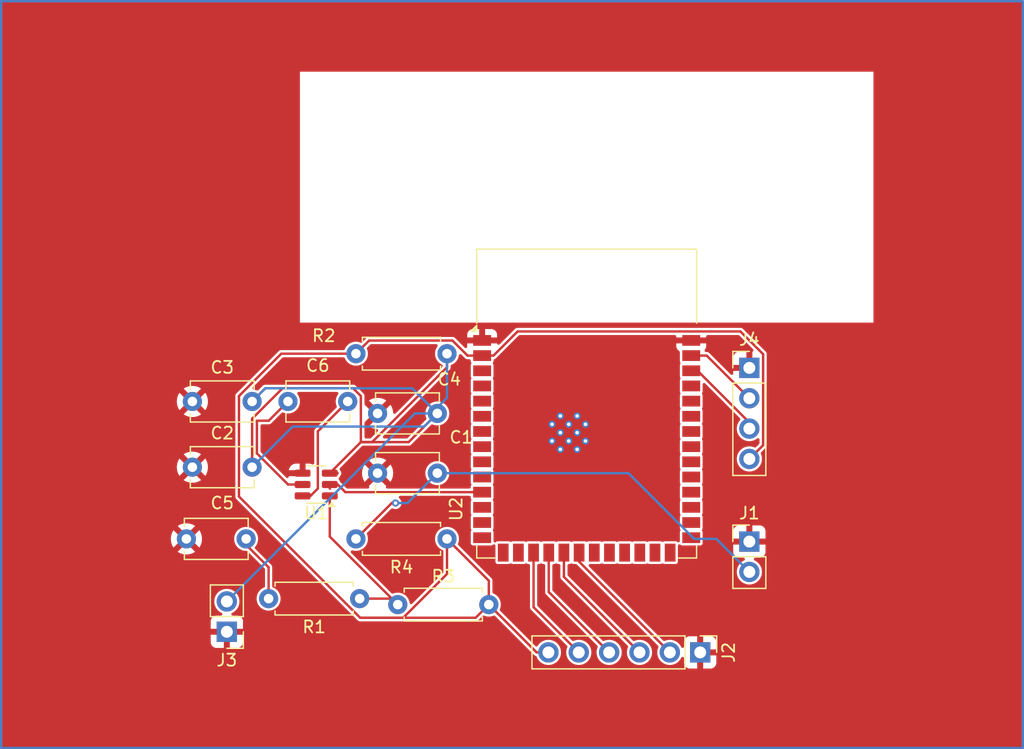
<source format=kicad_pcb>
(kicad_pcb (version 20241229) (generator "pcbnew") (generator_version "9.0")
  (layers (0 "F.Cu" signal) (2 "B.Cu" signal) (13 "F.Paste" user) (15 "B.Paste" user) (5 "F.SilkS" user "F.Silkscreen") (7 "B.SilkS" user "B.Silkscreen") (1 "F.Mask" user) (3 "B.Mask" user) (25 "Edge.Cuts" user))
  (net 0 "")
  (net 1 "/Butin")
  (net 2 "GND")
  (net 3 "/Bin")
  (net 4 "Net-(C5-Pad1)")
  (net 5 "Net-(U1-BST)")
  (net 6 "Net-(U1-SW)")
  (net 7 "/3v3+")
  (net 8 "/sckf")
  (net 9 "/Outf")
  (net 10 "Net-(U1-FB)")
  (net 11 "/Enab")
  (net 40 "unconnected-(U2-IO21-Pad23)")
  (net 41 "/MOSID")
  (net 42 "/CSD")
  (net 43 "/DSD")
  (net 44 "/SCKD")
  (footprint "Connector_PinHeader_2.54mm:PinHeader_1x02_P2.54mm_Vertical" (layer "F.Cu") (at 112.615 95.225)
    (property "Reference" "J1" (at 0 -2.38 0) (layer "F.SilkS"))
    (property "Value" "Conn_01x02_Pin")
    (fp_line (start -1.38 -1.38) (end 0 -1.38) (stroke (width 0.12)) (layer "F.SilkS"))
    (fp_line (start -1.38 0) (end -1.38 -1.38) (stroke (width 0.12)) (layer "F.SilkS"))
    (fp_line (start -1.38 1.27) (end -1.38 3.92) (stroke (width 0.12)) (layer "F.SilkS"))
    (fp_line (start -1.38 1.27) (end 1.38 1.27) (stroke (width 0.12)) (layer "F.SilkS"))
    (fp_line (start -1.38 3.92) (end 1.38 3.92) (stroke (width 0.12)) (layer "F.SilkS"))
    (fp_line (start 1.38 1.27) (end 1.38 3.92) (stroke (width 0.12)) (layer "F.SilkS"))
    (pad "1" thru_hole rect (at 0 0) (size 1.7 1.7) (drill 1) (layers "*.Cu" "*.Mask") (net 2 "GND"))
    (pad "2" thru_hole circle (at 0 2.54) (size 1.7 1.7) (drill 1) (layers "*.Cu" "*.Mask") (net 1 "/Butin"))
  )
  (footprint "Connector_PinHeader_2.54mm:PinHeader_1x06_P2.54mm_Vertical" (layer "F.Cu") (at 108.5 104.5 -90)
    (property "Reference" "J2" (at 0 -2.38 90) (layer "F.SilkS"))
    (property "Value" "Conn_01x06_Pin")
    (fp_line (start -1.38 14.08) (end 1.38 14.08) (stroke (width 0.12)) (layer "F.SilkS"))
    (fp_line (start -1.38 1.27) (end -1.38 14.08) (stroke (width 0.12)) (layer "F.SilkS"))
    (fp_line (start -1.38 1.27) (end 1.38 1.27) (stroke (width 0.12)) (layer "F.SilkS"))
    (fp_line (start 1.38 1.27) (end 1.38 14.08) (stroke (width 0.12)) (layer "F.SilkS"))
    (fp_line (start -1.38 0) (end -1.38 -1.38) (stroke (width 0.12)) (layer "F.SilkS"))
    (fp_line (start -1.38 -1.38) (end 0 -1.38) (stroke (width 0.12)) (layer "F.SilkS"))
    (pad "1" thru_hole rect (at 0 0 270) (size 1.7 1.7) (drill 1) (layers "*.Cu" "*.Mask") (net 2 "GND"))
    (pad "2" thru_hole circle (at 0 2.54 270) (size 1.7 1.7) (drill 1) (layers "*.Cu" "*.Mask") (net 41 "/MOSID"))
    (pad "3" thru_hole circle (at 0 5.08 270) (size 1.7 1.7) (drill 1) (layers "*.Cu" "*.Mask") (net 44 "/SCKD"))
    (pad "4" thru_hole circle (at 0 7.62 270) (size 1.7 1.7) (drill 1) (layers "*.Cu" "*.Mask") (net 43 "/DSD"))
    (pad "5" thru_hole circle (at 0 10.16 270) (size 1.7 1.7) (drill 1) (layers "*.Cu" "*.Mask") (net 42 "/CSD"))
    (pad "6" thru_hole circle (at 0 12.7 270) (size 1.7 1.7) (drill 1) (layers "*.Cu" "*.Mask") (net 7 "/3v3+"))
  )
  (footprint "Resistor_THT:R_Axial_DIN0207_L6.3mm_D2.5mm_P7.62mm_Horizontal" (layer "F.Cu") (at 83.19 100.5)
    (property "Reference" "R3" (at 3.81 -2.37 0) (layer "F.SilkS"))
    (property "Value" "312.5k")
    (fp_line (start 0.54 -1.37) (end 7.08 -1.37) (stroke (width 0.12)) (layer "F.SilkS"))
    (fp_line (start 0.54 -1.04) (end 0.54 -1.37) (stroke (width 0.12)) (layer "F.SilkS"))
    (fp_line (start 0.54 1.04) (end 0.54 1.37) (stroke (width 0.12)) (layer "F.SilkS"))
    (fp_line (start 0.54 1.37) (end 7.08 1.37) (stroke (width 0.12)) (layer "F.SilkS"))
    (fp_line (start 7.08 -1.37) (end 7.08 -1.04) (stroke (width 0.12)) (layer "F.SilkS"))
    (fp_line (start 7.08 1.37) (end 7.08 1.04) (stroke (width 0.12)) (layer "F.SilkS"))
    (pad "1" thru_hole circle (at 0 0) (size 1.6 1.6) (drill 0.8) (layers "*.Cu" "*.Mask") (net 10 "Net-(U1-FB)"))
    (pad "2" thru_hole circle (at 7.62 0) (size 1.6 1.6) (drill 0.8) (layers "*.Cu" "*.Mask") (net 7 "/3v3+"))
  )
  (footprint "Capacitor_THT:C_Disc_D5.1mm_W3.2mm_P5.00mm" (layer "F.Cu") (at 81.5 89.5)
    (property "Reference" "C1" (at 7 -3 0) (layer "F.SilkS"))
    (property "Value" ".1u")
    (fp_line (start -0.17 -1.72) (end 5.17 -1.72) (stroke (width 0.12)) (layer "F.SilkS"))
    (fp_line (start -0.17 -1.026) (end -0.17 -1.72) (stroke (width 0.12)) (layer "F.SilkS"))
    (fp_line (start -0.17 1.72) (end -0.17 1.026) (stroke (width 0.12)) (layer "F.SilkS"))
    (fp_line (start 5.17 -1.72) (end 5.17 -1.026) (stroke (width 0.12)) (layer "F.SilkS"))
    (fp_line (start 5.17 1.026) (end 5.17 1.72) (stroke (width 0.12)) (layer "F.SilkS"))
    (fp_line (start 5.17 1.72) (end -0.17 1.72) (stroke (width 0.12)) (layer "F.SilkS"))
    (pad "1" thru_hole circle (at 0 0) (size 1.6 1.6) (drill 0.8) (layers "*.Cu" "*.Mask") (net 2 "GND"))
    (pad "2" thru_hole circle (at 5 0) (size 1.6 1.6) (drill 0.8) (layers "*.Cu" "*.Mask") (net 1 "/Butin"))
  )
  (footprint "Resistor_THT:R_Axial_DIN0207_L6.3mm_D2.5mm_P7.62mm_Horizontal" (layer "F.Cu") (at 87.31 95 180)
    (property "Reference" "R4" (at 3.81 -2.37 0) (layer "F.SilkS"))
    (property "Value" "300k")
    (fp_line (start 7.08 1.37) (end 7.08 1.04) (stroke (width 0.12)) (layer "F.SilkS"))
    (fp_line (start 7.08 -1.37) (end 7.08 -1.04) (stroke (width 0.12)) (layer "F.SilkS"))
    (fp_line (start 0.54 1.37) (end 7.08 1.37) (stroke (width 0.12)) (layer "F.SilkS"))
    (fp_line (start 0.54 1.04) (end 0.54 1.37) (stroke (width 0.12)) (layer "F.SilkS"))
    (fp_line (start 0.54 -1.04) (end 0.54 -1.37) (stroke (width 0.12)) (layer "F.SilkS"))
    (fp_line (start 0.54 -1.37) (end 7.08 -1.37) (stroke (width 0.12)) (layer "F.SilkS"))
    (pad "1" thru_hole circle (at 0 0 180) (size 1.6 1.6) (drill 0.8) (layers "*.Cu" "*.Mask") (net 7 "/3v3+"))
    (pad "2" thru_hole circle (at 7.62 0 180) (size 1.6 1.6) (drill 0.8) (layers "*.Cu" "*.Mask") (net 1 "/Butin"))
  )
  (footprint "Capacitor_THT:C_Disc_D5.1mm_W3.2mm_P5.00mm" (layer "F.Cu") (at 74 83.5)
    (property "Reference" "C6" (at 2.5 -3 0) (layer "F.SilkS"))
    (property "Value" ".1u")
    (fp_line (start -0.17 -1.72) (end 5.17 -1.72) (stroke (width 0.12)) (layer "F.SilkS"))
    (fp_line (start -0.17 -1.026) (end -0.17 -1.72) (stroke (width 0.12)) (layer "F.SilkS"))
    (fp_line (start -0.17 1.72) (end -0.17 1.026) (stroke (width 0.12)) (layer "F.SilkS"))
    (fp_line (start 5.17 -1.72) (end 5.17 -1.026) (stroke (width 0.12)) (layer "F.SilkS"))
    (fp_line (start 5.17 1.026) (end 5.17 1.72) (stroke (width 0.12)) (layer "F.SilkS"))
    (fp_line (start 5.17 1.72) (end -0.17 1.72) (stroke (width 0.12)) (layer "F.SilkS"))
    (pad "1" thru_hole circle (at 0 0) (size 1.6 1.6) (drill 0.8) (layers "*.Cu" "*.Mask") (net 6 "Net-(U1-SW)"))
    (pad "2" thru_hole circle (at 5 0) (size 1.6 1.6) (drill 0.8) (layers "*.Cu" "*.Mask") (net 5 "Net-(U1-BST)"))
  )
  (footprint "Resistor_THT:R_Axial_DIN0207_L6.3mm_D2.5mm_P7.62mm_Horizontal" (layer "F.Cu") (at 79.69 79.5)
    (property "Reference" "R2" (at -2.69 -1.5 0) (layer "F.SilkS"))
    (property "Value" "100k")
    (fp_line (start 0.54 -1.37) (end 7.08 -1.37) (stroke (width 0.12)) (layer "F.SilkS"))
    (fp_line (start 0.54 -1.04) (end 0.54 -1.37) (stroke (width 0.12)) (layer "F.SilkS"))
    (fp_line (start 0.54 1.04) (end 0.54 1.37) (stroke (width 0.12)) (layer "F.SilkS"))
    (fp_line (start 0.54 1.37) (end 7.08 1.37) (stroke (width 0.12)) (layer "F.SilkS"))
    (fp_line (start 7.08 -1.37) (end 7.08 -1.04) (stroke (width 0.12)) (layer "F.SilkS"))
    (fp_line (start 7.08 1.37) (end 7.08 1.04) (stroke (width 0.12)) (layer "F.SilkS"))
    (pad "1" thru_hole circle (at 0 0) (size 1.6 1.6) (drill 0.8) (layers "*.Cu" "*.Mask") (net 7 "/3v3+"))
    (pad "2" thru_hole circle (at 7.62 0) (size 1.6 1.6) (drill 0.8) (layers "*.Cu" "*.Mask") (net 3 "/Bin"))
  )
  (footprint "Connector_PinHeader_2.54mm:PinHeader_1x02_P2.54mm_Vertical" (layer "F.Cu") (at 68.885 102.775 180)
    (property "Reference" "J3" (at 0 -2.38 180) (layer "F.SilkS"))
    (property "Value" "Conn_01x02_Pin")
    (fp_line (start 1.38 1.27) (end 1.38 3.92) (stroke (width 0.12)) (layer "F.SilkS"))
    (fp_line (start -1.38 3.92) (end 1.38 3.92) (stroke (width 0.12)) (layer "F.SilkS"))
    (fp_line (start -1.38 1.27) (end 1.38 1.27) (stroke (width 0.12)) (layer "F.SilkS"))
    (fp_line (start -1.38 1.27) (end -1.38 3.92) (stroke (width 0.12)) (layer "F.SilkS"))
    (fp_line (start -1.38 0) (end -1.38 -1.38) (stroke (width 0.12)) (layer "F.SilkS"))
    (fp_line (start -1.38 -1.38) (end 0 -1.38) (stroke (width 0.12)) (layer "F.SilkS"))
    (pad "1" thru_hole rect (at 0 0 180) (size 1.7 1.7) (drill 1) (layers "*.Cu" "*.Mask") (net 2 "GND"))
    (pad "2" thru_hole circle (at 0 2.54 180) (size 1.7 1.7) (drill 1) (layers "*.Cu" "*.Mask") (net 3 "/Bin"))
  )
  (footprint "Package_TO_SOT_SMD:TSOT-23-6" (layer "F.Cu") (at 76.3625 90.45 180)
    (property "Reference" "U1" (at 0 -2.4 0) (layer "F.SilkS"))
    (property "Value" "AP63201WU")
    (fp_line (start 0 1.56) (end 0.8 1.56) (stroke (width 0.12)) (layer "F.SilkS"))
    (fp_line (start 0 1.56) (end -0.8 1.56) (stroke (width 0.12)) (layer "F.SilkS"))
    (fp_line (start 0 -1.56) (end 0.8 -1.56) (stroke (width 0.12)) (layer "F.SilkS"))
    (fp_line (start 0 -1.56) (end -0.8 -1.56) (stroke (width 0.12)) (layer "F.SilkS"))
    (fp_poly (pts (xy -1.3 -1.51) (xy -1.54 -1.84) (xy -1.06 -1.84)) (stroke (width 0.12)) (fill yes) (layer "F.SilkS"))
    (pad "1" smd roundrect (at -1.1375 -0.95 180) (size 1.325 0.6) (layers "F.Cu" "F.Mask" "F.Paste") (net 10 "Net-(U1-FB)"))
    (pad "2" smd roundrect (at -1.1375 0 180) (size 1.325 0.6) (layers "F.Cu" "F.Mask" "F.Paste") (net 11 "/Enab"))
    (pad "3" smd roundrect (at -1.1375 0.95 180) (size 1.325 0.6) (layers "F.Cu" "F.Mask" "F.Paste") (net 3 "/Bin"))
    (pad "4" smd roundrect (at 1.1375 0.95 180) (size 1.325 0.6) (layers "F.Cu" "F.Mask" "F.Paste") (net 2 "GND"))
    (pad "5" smd roundrect (at 1.1375 0 180) (size 1.325 0.6) (layers "F.Cu" "F.Mask" "F.Paste") (net 6 "Net-(U1-SW)"))
    (pad "6" smd roundrect (at 1.1375 -0.95 180) (size 1.325 0.6) (layers "F.Cu" "F.Mask" "F.Paste") (net 5 "Net-(U1-BST)"))
  )
  (footprint "Capacitor_THT:C_Disc_D5.1mm_W3.2mm_P5.00mm" (layer "F.Cu") (at 66 83.5)
    (property "Reference" "C3" (at 2.5 -2.85 0) (layer "F.SilkS"))
    (property "Value" ".1u")
    (fp_line (start -0.17 -1.72) (end 5.17 -1.72) (stroke (width 0.12)) (layer "F.SilkS"))
    (fp_line (start -0.17 -1.026) (end -0.17 -1.72) (stroke (width 0.12)) (layer "F.SilkS"))
    (fp_line (start -0.17 1.72) (end -0.17 1.026) (stroke (width 0.12)) (layer "F.SilkS"))
    (fp_line (start 5.17 -1.72) (end 5.17 -1.026) (stroke (width 0.12)) (layer "F.SilkS"))
    (fp_line (start 5.17 1.026) (end 5.17 1.72) (stroke (width 0.12)) (layer "F.SilkS"))
    (fp_line (start 5.17 1.72) (end -0.17 1.72) (stroke (width 0.12)) (layer "F.SilkS"))
    (pad "1" thru_hole circle (at 0 0) (size 1.6 1.6) (drill 0.8) (layers "*.Cu" "*.Mask") (net 2 "GND"))
    (pad "2" thru_hole circle (at 5 0) (size 1.6 1.6) (drill 0.8) (layers "*.Cu" "*.Mask") (net 3 "/Bin"))
  )
  (footprint "Capacitor_THT:C_Disc_D5.1mm_W3.2mm_P5.00mm" (layer "F.Cu") (at 81.5 84.5)
    (property "Reference" "C4" (at 6 -2.85 0) (layer "F.SilkS"))
    (property "Value" "1u")
    (fp_line (start -0.17 -1.72) (end 5.17 -1.72) (stroke (width 0.12)) (layer "F.SilkS"))
    (fp_line (start -0.17 -1.026) (end -0.17 -1.72) (stroke (width 0.12)) (layer "F.SilkS"))
    (fp_line (start -0.17 1.72) (end -0.17 1.026) (stroke (width 0.12)) (layer "F.SilkS"))
    (fp_line (start 5.17 -1.72) (end 5.17 -1.026) (stroke (width 0.12)) (layer "F.SilkS"))
    (fp_line (start 5.17 1.026) (end 5.17 1.72) (stroke (width 0.12)) (layer "F.SilkS"))
    (fp_line (start 5.17 1.72) (end -0.17 1.72) (stroke (width 0.12)) (layer "F.SilkS"))
    (pad "1" thru_hole circle (at 0 0) (size 1.6 1.6) (drill 0.8) (layers "*.Cu" "*.Mask") (net 2 "GND"))
    (pad "2" thru_hole circle (at 5 0) (size 1.6 1.6) (drill 0.8) (layers "*.Cu" "*.Mask") (net 3 "/Bin"))
  )
  (footprint "Connector_PinHeader_2.54mm:PinHeader_1x04_P2.54mm_Vertical" (layer "F.Cu") (at 112.615 80.69)
    (property "Reference" "J4" (at 0 -2.38 0) (layer "F.SilkS"))
    (property "Value" "Conn_01x04_Pin")
    (fp_line (start -1.38 -1.38) (end 0 -1.38) (stroke (width 0.12)) (layer "F.SilkS"))
    (fp_line (start -1.38 0) (end -1.38 -1.38) (stroke (width 0.12)) (layer "F.SilkS"))
    (fp_line (start -1.38 1.27) (end -1.38 9) (stroke (width 0.12)) (layer "F.SilkS"))
    (fp_line (start -1.38 1.27) (end 1.38 1.27) (stroke (width 0.12)) (layer "F.SilkS"))
    (fp_line (start -1.38 9) (end 1.38 9) (stroke (width 0.12)) (layer "F.SilkS"))
    (fp_line (start 1.38 1.27) (end 1.38 9) (stroke (width 0.12)) (layer "F.SilkS"))
    (pad "1" thru_hole rect (at 0 0) (size 1.7 1.7) (drill 1) (layers "*.Cu" "*.Mask") (net 2 "GND"))
    (pad "2" thru_hole circle (at 0 2.54) (size 1.7 1.7) (drill 1) (layers "*.Cu" "*.Mask") (net 9 "/Outf"))
    (pad "3" thru_hole circle (at 0 5.08) (size 1.7 1.7) (drill 1) (layers "*.Cu" "*.Mask") (net 8 "/sckf"))
    (pad "4" thru_hole circle (at 0 7.62) (size 1.7 1.7) (drill 1) (layers "*.Cu" "*.Mask") (net 7 "/3v3+"))
  )
  (footprint "Capacitor_THT:C_Disc_D5.1mm_W3.2mm_P5.00mm" (layer "F.Cu") (at 70.5 95 180)
    (property "Reference" "C5" (at 2 3 0) (layer "F.SilkS"))
    (property "Value" "50u")
    (fp_line (start 5.17 1.72) (end -0.17 1.72) (stroke (width 0.12)) (layer "F.SilkS"))
    (fp_line (start 5.17 1.026) (end 5.17 1.72) (stroke (width 0.12)) (layer "F.SilkS"))
    (fp_line (start 5.17 -1.72) (end 5.17 -1.026) (stroke (width 0.12)) (layer "F.SilkS"))
    (fp_line (start -0.17 1.72) (end -0.17 1.026) (stroke (width 0.12)) (layer "F.SilkS"))
    (fp_line (start -0.17 -1.026) (end -0.17 -1.72) (stroke (width 0.12)) (layer "F.SilkS"))
    (fp_line (start -0.17 -1.72) (end 5.17 -1.72) (stroke (width 0.12)) (layer "F.SilkS"))
    (pad "1" thru_hole circle (at 0 0 180) (size 1.6 1.6) (drill 0.8) (layers "*.Cu" "*.Mask") (net 4 "Net-(C5-Pad1)"))
    (pad "2" thru_hole circle (at 5 0 180) (size 1.6 1.6) (drill 0.8) (layers "*.Cu" "*.Mask") (net 2 "GND"))
  )
  (footprint "Resistor_THT:R_Axial_DIN0207_L6.3mm_D2.5mm_P7.62mm_Horizontal" (layer "F.Cu") (at 80 100 180)
    (property "Reference" "R1" (at 3.81 -2.37 0) (layer "F.SilkS"))
    (property "Value" "100k")
    (fp_line (start 7.08 1.37) (end 7.08 1.04) (stroke (width 0.12)) (layer "F.SilkS"))
    (fp_line (start 7.08 -1.37) (end 7.08 -1.04) (stroke (width 0.12)) (layer "F.SilkS"))
    (fp_line (start 0.54 1.37) (end 7.08 1.37) (stroke (width 0.12)) (layer "F.SilkS"))
    (fp_line (start 0.54 1.04) (end 0.54 1.37) (stroke (width 0.12)) (layer "F.SilkS"))
    (fp_line (start 0.54 -1.04) (end 0.54 -1.37) (stroke (width 0.12)) (layer "F.SilkS"))
    (fp_line (start 0.54 -1.37) (end 7.08 -1.37) (stroke (width 0.12)) (layer "F.SilkS"))
    (pad "1" thru_hole circle (at 0 0 180) (size 1.6 1.6) (drill 0.8) (layers "*.Cu" "*.Mask") (net 10 "Net-(U1-FB)"))
    (pad "2" thru_hole circle (at 7.62 0 180) (size 1.6 1.6) (drill 0.8) (layers "*.Cu" "*.Mask") (net 4 "Net-(C5-Pad1)"))
  )
  (footprint "RF_Module:ESP32-S3-WROOM-1" (layer "F.Cu") (at 99 83.65)
    (property "Reference" "U2" (at -10.923694 8.85 90) (layer "F.SilkS"))
    (property "Value" "ESP32-S3-WROOM-1")
    (fp_line (start -9.2 -12.9) (end -9.2 -6.7) (stroke (width 0.12)) (layer "F.SilkS"))
    (fp_line (start -9.2 -12.9) (end 9.2 -12.9) (stroke (width 0.12)) (layer "F.SilkS"))
    (fp_line (start -9.2 11.95) (end -9.2 12.95) (stroke (width 0.12)) (layer "F.SilkS"))
    (fp_line (start -9.2 12.95) (end -7.7 12.95) (stroke (width 0.12)) (layer "F.SilkS"))
    (fp_line (start 9.2 -12.9) (end 9.2 -6.7) (stroke (width 0.12)) (layer "F.SilkS"))
    (fp_line (start 9.2 12.95) (end 7.7 12.95) (stroke (width 0.12)) (layer "F.SilkS"))
    (fp_line (start 9.2 12.95) (end 9.2 11.95) (stroke (width 0.12)) (layer "F.SilkS"))
    (fp_poly (pts (xy -9.2 -6.025) (xy -9.7 -6.025) (xy -9.2 -6.525) (xy -9.2 -6.025)) (stroke (width 0.12)) (fill yes) (layer "F.SilkS"))
    (pad "1" smd rect (at -8.75 -5.26) (size 1.5 0.9) (layers "F.Cu" "F.Mask" "F.Paste") (net 2 "GND"))
    (pad "2" smd rect (at -8.75 -3.99) (size 1.5 0.9) (layers "F.Cu" "F.Mask" "F.Paste") (net 7 "/3v3+"))
    (pad "3" smd rect (at -8.75 -2.72) (size 1.5 0.9) (layers "F.Cu" "F.Mask" "F.Paste"))
    (pad "4" smd rect (at -8.75 -1.45) (size 1.5 0.9) (layers "F.Cu" "F.Mask" "F.Paste"))
    (pad "5" smd rect (at -8.75 -0.18) (size 1.5 0.9) (layers "F.Cu" "F.Mask" "F.Paste"))
    (pad "6" smd rect (at -8.75 1.09) (size 1.5 0.9) (layers "F.Cu" "F.Mask" "F.Paste"))
    (pad "7" smd rect (at -8.75 2.36) (size 1.5 0.9) (layers "F.Cu" "F.Mask" "F.Paste"))
    (pad "8" smd rect (at -8.75 3.63) (size 1.5 0.9) (layers "F.Cu" "F.Mask" "F.Paste"))
    (pad "9" smd rect (at -8.75 4.9) (size 1.5 0.9) (layers "F.Cu" "F.Mask" "F.Paste"))
    (pad "10" smd rect (at -8.75 6.17) (size 1.5 0.9) (layers "F.Cu" "F.Mask" "F.Paste"))
    (pad "11" smd rect (at -8.75 7.44) (size 1.5 0.9) (layers "F.Cu" "F.Mask" "F.Paste") (net 11 "/Enab"))
    (pad "12" smd rect (at -8.75 8.71) (size 1.5 0.9) (layers "F.Cu" "F.Mask" "F.Paste"))
    (pad "13" smd rect (at -8.75 9.98) (size 1.5 0.9) (layers "F.Cu" "F.Mask" "F.Paste"))
    (pad "14" smd rect (at -8.75 11.25 180) (size 1.5 0.9) (layers "F.Cu" "F.Mask" "F.Paste"))
    (pad "15" smd rect (at -6.985 12.5 270) (size 1.5 0.9) (layers "F.Cu" "F.Mask" "F.Paste"))
    (pad "16" smd rect (at -5.715 12.5 270) (size 1.5 0.9) (layers "F.Cu" "F.Mask" "F.Paste"))
    (pad "17" smd rect (at -4.445 12.5 270) (size 1.5 0.9) (layers "F.Cu" "F.Mask" "F.Paste") (net 42 "/CSD"))
    (pad "18" smd rect (at -3.175 12.5 270) (size 1.5 0.9) (layers "F.Cu" "F.Mask" "F.Paste") (net 43 "/DSD"))
    (pad "19" smd rect (at -1.905 12.5 270) (size 1.5 0.9) (layers "F.Cu" "F.Mask" "F.Paste") (net 44 "/SCKD"))
    (pad "20" smd rect (at -0.635 12.5 270) (size 1.5 0.9) (layers "F.Cu" "F.Mask" "F.Paste") (net 41 "/MOSID"))
    (pad "21" smd rect (at 0.635 12.5 270) (size 1.5 0.9) (layers "F.Cu" "F.Mask" "F.Paste"))
    (pad "22" smd rect (at 1.905 12.5 270) (size 1.5 0.9) (layers "F.Cu" "F.Mask" "F.Paste"))
    (pad "23" smd rect (at 3.175 12.5 270) (size 1.5 0.9) (layers "F.Cu" "F.Mask" "F.Paste") (net 40 "unconnected-(U2-IO21-Pad23)"))
    (pad "24" smd rect (at 4.445 12.5 270) (size 1.5 0.9) (layers "F.Cu" "F.Mask" "F.Paste"))
    (pad "25" smd rect (at 5.715 12.5 270) (size 1.5 0.9) (layers "F.Cu" "F.Mask" "F.Paste"))
    (pad "26" smd rect (at 6.985 12.5 270) (size 1.5 0.9) (layers "F.Cu" "F.Mask" "F.Paste"))
    (pad "27" smd rect (at 8.75 11.25) (size 1.5 0.9) (layers "F.Cu" "F.Mask" "F.Paste") (net 1 "/Butin"))
    (pad "28" smd rect (at 8.75 9.98) (size 1.5 0.9) (layers "F.Cu" "F.Mask" "F.Paste"))
    (pad "29" smd rect (at 8.75 8.71) (size 1.5 0.9) (layers "F.Cu" "F.Mask" "F.Paste"))
    (pad "30" smd rect (at 8.75 7.44) (size 1.5 0.9) (layers "F.Cu" "F.Mask" "F.Paste"))
    (pad "31" smd rect (at 8.75 6.17) (size 1.5 0.9) (layers "F.Cu" "F.Mask" "F.Paste"))
    (pad "32" smd rect (at 8.75 4.9) (size 1.5 0.9) (layers "F.Cu" "F.Mask" "F.Paste"))
    (pad "33" smd rect (at 8.75 3.63) (size 1.5 0.9) (layers "F.Cu" "F.Mask" "F.Paste"))
    (pad "34" smd rect (at 8.75 2.36) (size 1.5 0.9) (layers "F.Cu" "F.Mask" "F.Paste"))
    (pad "35" smd rect (at 8.75 1.09) (size 1.5 0.9) (layers "F.Cu" "F.Mask" "F.Paste"))
    (pad "36" smd rect (at 8.75 -0.18) (size 1.5 0.9) (layers "F.Cu" "F.Mask" "F.Paste"))
    (pad "37" smd rect (at 8.75 -1.45) (size 1.5 0.9) (layers "F.Cu" "F.Mask" "F.Paste"))
    (pad "38" smd rect (at 8.75 -2.72) (size 1.5 0.9) (layers "F.Cu" "F.Mask" "F.Paste") (net 8 "/sckf"))
    (pad "39" smd rect (at 8.75 -3.99) (size 1.5 0.9) (layers "F.Cu" "F.Mask" "F.Paste") (net 9 "/Outf"))
    (pad "40" smd rect (at 8.75 -5.26) (size 1.5 0.9) (layers "F.Cu" "F.Mask" "F.Paste") (net 2 "GND"))
    (pad "41" thru_hole circle (at -2.9 1.76 90) (size 0.6 0.6) (drill 0.3) (property pad_prop_heatsink) (layers "*.Cu" "F.Mask") (net 2 "GND"))
    (pad "41" thru_hole circle (at -2.9 3.16) (size 0.6 0.6) (drill 0.3) (property pad_prop_heatsink) (layers "*.Cu" "F.Mask") (net 2 "GND"))
    (pad "41" thru_hole circle (at -2.2 1.06) (size 0.6 0.6) (drill 0.3) (property pad_prop_heatsink) (layers "*.Cu" "F.Mask") (net 2 "GND"))
    (pad "41" thru_hole circle (at -2.2 2.46) (size 0.6 0.6) (drill 0.3) (property pad_prop_heatsink) (layers "*.Cu" "F.Mask") (net 2 "GND"))
    (pad "41" thru_hole circle (at -2.2 3.86) (size 0.6 0.6) (drill 0.3) (property pad_prop_heatsink) (layers "*.Cu" "F.Mask") (net 2 "GND"))
    (pad "41" thru_hole circle (at -1.5 1.76) (size 0.6 0.6) (drill 0.3) (property pad_prop_heatsink) (layers "*.Cu" "F.Mask") (net 2 "GND"))
    (pad "41" smd rect (at -1.5 2.46 270) (size 3.9 3.9) (property pad_prop_heatsink) (layers "F.Cu" "F.Mask") (net 2 "GND"))
    (pad "41" thru_hole circle (at -1.5 3.16) (size 0.6 0.6) (drill 0.3) (property pad_prop_heatsink) (layers "*.Cu" "F.Mask") (net 2 "GND"))
    (pad "41" thru_hole circle (at -0.8 1.06) (size 0.6 0.6) (drill 0.3) (property pad_prop_heatsink) (layers "*.Cu" "F.Mask") (net 2 "GND"))
    (pad "41" thru_hole circle (at -0.8 2.46) (size 0.6 0.6) (drill 0.3) (property pad_prop_heatsink) (layers "*.Cu" "F.Mask") (net 2 "GND"))
    (pad "41" thru_hole circle (at -0.8 3.86) (size 0.6 0.6) (drill 0.3) (property pad_prop_heatsink) (layers "*.Cu" "F.Mask") (net 2 "GND"))
    (pad "41" thru_hole circle (at -0.1 1.76) (size 0.6 0.6) (drill 0.3) (property pad_prop_heatsink) (layers "*.Cu" "F.Mask") (net 2 "GND"))
    (pad "41" thru_hole circle (at -0.1 3.16) (size 0.6 0.6) (drill 0.3) (property pad_prop_heatsink) (layers "*.Cu" "F.Mask") (net 2 "GND"))
    (zone (net 0) (net_name "") (layers "F.Cu" "B.Cu") (connect_pads (clearance 0)) (min_thickness 0.254)
      (keepout (tracks not_allowed) (vias not_allowed) (pads not_allowed) (copperpour not_allowed) (footprints not_allowed))
      (fill (thermal_gap 0.508) (thermal_bridge_width 0.508))
      (polygon (pts (xy 75 76.9) (xy 123 76.9) (xy 123 55.9) (xy 75 55.9)))
    )
  )
  (footprint "Capacitor_THT:C_Disc_D5.1mm_W3.2mm_P5.00mm" (layer "F.Cu") (at 66 89)
    (property "Reference" "C2" (at 2.5 -2.85 0) (layer "F.SilkS"))
    (property "Value" "45u")
    (fp_line (start -0.17 -1.72) (end 5.17 -1.72) (stroke (width 0.12)) (layer "F.SilkS"))
    (fp_line (start -0.17 -1.026) (end -0.17 -1.72) (stroke (width 0.12)) (layer "F.SilkS"))
    (fp_line (start -0.17 1.72) (end -0.17 1.026) (stroke (width 0.12)) (layer "F.SilkS"))
    (fp_line (start 5.17 -1.72) (end 5.17 -1.026) (stroke (width 0.12)) (layer "F.SilkS"))
    (fp_line (start 5.17 1.026) (end 5.17 1.72) (stroke (width 0.12)) (layer "F.SilkS"))
    (fp_line (start 5.17 1.72) (end -0.17 1.72) (stroke (width 0.12)) (layer "F.SilkS"))
    (pad "1" thru_hole circle (at 0 0) (size 1.6 1.6) (drill 0.8) (layers "*.Cu" "*.Mask") (net 2 "GND"))
    (pad "2" thru_hole circle (at 5 0) (size 1.6 1.6) (drill 0.8) (layers "*.Cu" "*.Mask") (net 3 "/Bin"))
  )
  (gr_rect (start 50 50) (end 135.5 112.5) (stroke (width 0.2)) (fill no) (layer "B.Cu"))
  (segment (start 79.69 95) (end 82.69 92) (width 0.2) (layer "F.Cu") (net 1))
  (segment (start 82.69 92) (end 83 92) (width 0.2) (layer "F.Cu") (net 1))
  (via (at 83 92) (size 0.6) (drill 0.3) (layers "F.Cu" "B.Cu") (net 1))
  (segment (start 83 92) (end 84 92) (width 0.2) (layer "B.Cu") (net 1))
  (segment (start 109.85 95) (end 112.615 97.765) (width 0.2) (layer "B.Cu") (net 1))
  (segment (start 84 92) (end 86.5 89.5) (width 0.2) (layer "B.Cu") (net 1))
  (segment (start 86.5 89.5) (end 102.5 89.5) (width 0.2) (layer "B.Cu") (net 1))
  (segment (start 108 95) (end 109.85 95) (width 0.2) (layer "B.Cu") (net 1))
  (segment (start 102.5 89.5) (end 108 95) (width 0.2) (layer "B.Cu") (net 1))
  (segment (start 80.101 86.899) (end 84.101 86.899) (width 0.2) (layer "F.Cu") (net 3))
  (segment (start 87.31 80.63137) (end 87.31 79.5) (width 0.2) (layer "F.Cu") (net 3))
  (segment (start 72.101 82.399) (end 71 83.5) (width 0.2) (layer "F.Cu") (net 3))
  (segment (start 84.101 86.899) (end 86.5 84.5) (width 0.2) (layer "F.Cu") (net 3))
  (segment (start 80.101 86.899) (end 80.101 83.04395) (width 0.2) (layer "F.Cu") (net 3))
  (segment (start 80.101 86.899) (end 81.04237 86.899) (width 0.2) (layer "F.Cu") (net 3))
  (segment (start 80.101 83.04395) (end 79.45605 82.399) (width 0.2) (layer "F.Cu") (net 3))
  (segment (start 73.54395 82.399) (end 71 84.94295) (width 0.2) (layer "F.Cu") (net 3))
  (segment (start 79.45605 82.399) (end 73.54395 82.399) (width 0.2) (layer "F.Cu") (net 3))
  (segment (start 77.5 89.5) (end 78.162499 89.5) (width 0.2) (layer "F.Cu") (net 3))
  (segment (start 77.5 89.5) (end 80.101 86.899) (width 0.2) (layer "F.Cu") (net 3))
  (segment (start 79.45605 82.399) (end 72.101 82.399) (width 0.2) (layer "F.Cu") (net 3))
  (segment (start 81.04237 86.899) (end 87.31 80.63137) (width 0.2) (layer "F.Cu") (net 3))
  (segment (start 71 84.94295) (end 71 89) (width 0.2) (layer "F.Cu") (net 3))
  (segment (start 87.31 83.19) (end 87.31 79.5) (width 0.2) (layer "B.Cu") (net 3))
  (segment (start 85.399 85.601) (end 74.399 85.601) (width 0.2) (layer "B.Cu") (net 3))
  (segment (start 72.101 82.399) (end 71 83.5) (width 0.2) (layer "B.Cu") (net 3))
  (segment (start 86.5 84) (end 87.31 83.19) (width 0.2) (layer "B.Cu") (net 3))
  (segment (start 84.399 82.399) (end 72.101 82.399) (width 0.2) (layer "B.Cu") (net 3))
  (segment (start 86.5 84.5) (end 86.5 84) (width 0.2) (layer "B.Cu") (net 3))
  (segment (start 86.5 84.5) (end 85.399 85.601) (width 0.2) (layer "B.Cu") (net 3))
  (segment (start 84.62 84.5) (end 68.885 100.235) (width 0.2) (layer "B.Cu") (net 3))
  (segment (start 74.399 85.601) (end 71 89) (width 0.2) (layer "B.Cu") (net 3))
  (segment (start 86.5 84.5) (end 84.62 84.5) (width 0.2) (layer "B.Cu") (net 3))
  (segment (start 86.5 84.5) (end 84.399 82.399) (width 0.2) (layer "B.Cu") (net 3))
  (segment (start 72.38 97.38) (end 72.38 100) (width 0.2) (layer "F.Cu") (net 4))
  (segment (start 70.5 95) (end 70.5 95.5) (width 0.2) (layer "F.Cu") (net 4))
  (segment (start 70.5 95.5) (end 72.38 97.38) (width 0.2) (layer "F.Cu") (net 4))
  (segment (start 76.5 90.787499) (end 76.5 86) (width 0.2) (layer "F.Cu") (net 5))
  (segment (start 75.225 91.4) (end 75.887499 91.4) (width 0.2) (layer "F.Cu") (net 5))
  (segment (start 75.887499 91.4) (end 76.5 90.787499) (width 0.2) (layer "F.Cu") (net 5))
  (segment (start 76.5 86) (end 79 83.5) (width 0.2) (layer "F.Cu") (net 5))
  (segment (start 71.401 87.84395) (end 71.401 85.10905) (width 0.2) (layer "F.Cu") (net 6))
  (segment (start 72.39095 85.10905) (end 74 83.5) (width 0.2) (layer "F.Cu") (net 6))
  (segment (start 75.225 90.45) (end 74.00705 90.45) (width 0.2) (layer "F.Cu") (net 6))
  (segment (start 71.401 85.10905) (end 72.39095 85.10905) (width 0.2) (layer "F.Cu") (net 6))
  (segment (start 74.00705 90.45) (end 71.401 87.84395) (width 0.2) (layer "F.Cu") (net 6))
  (segment (start 113.766 87.159) (end 113.766 79.539) (width 0.2) (layer "F.Cu") (net 7))
  (segment (start 94.81 104.5) (end 90.81 100.5) (width 0.2) (layer "F.Cu") (net 7))
  (segment (start 69.899 83.04395) (end 69.899 91.45605) (width 0.2) (layer "F.Cu") (net 7))
  (segment (start 90.81 100.5) (end 90.81 98.5) (width 0.2) (layer "F.Cu") (net 7))
  (segment (start 80.04395 101.601) (end 89.709 101.601) (width 0.2) (layer "F.Cu") (net 7))
  (segment (start 69.899 91.45605) (end 80.04395 101.601) (width 0.2) (layer "F.Cu") (net 7))
  (segment (start 91.2 79.66) (end 90.25 79.66) (width 0.2) (layer "F.Cu") (net 7))
  (segment (start 113.766 79.539) (end 111.866 77.639) (width 0.2) (layer "F.Cu") (net 7))
  (segment (start 73.44295 79.5) (end 69.899 83.04395) (width 0.2) (layer "F.Cu") (net 7))
  (segment (start 93.221 77.639) (end 91.2 79.66) (width 0.2) (layer "F.Cu") (net 7))
  (segment (start 79.69 79.5) (end 80.791 78.399) (width 0.2) (layer "F.Cu") (net 7))
  (segment (start 95.8 104.5) (end 94.81 104.5) (width 0.2) (layer "F.Cu") (net 7))
  (segment (start 87.76605 78.399) (end 89.02705 79.66) (width 0.2) (layer "F.Cu") (net 7))
  (segment (start 87.31 97.93705) (end 87.31 95) (width 0.2) (layer "F.Cu") (net 7))
  (segment (start 89.709 101.601) (end 90.81 100.5) (width 0.2) (layer "F.Cu") (net 7))
  (segment (start 80.04395 101.601) (end 83.64605 101.601) (width 0.2) (layer "F.Cu") (net 7))
  (segment (start 80.791 78.399) (end 87.76605 78.399) (width 0.2) (layer "F.Cu") (net 7))
  (segment (start 111.866 77.639) (end 93.221 77.639) (width 0.2) (layer "F.Cu") (net 7))
  (segment (start 112.615 88.31) (end 113.766 87.159) (width 0.2) (layer "F.Cu") (net 7))
  (segment (start 89.02705 79.66) (end 90.25 79.66) (width 0.2) (layer "F.Cu") (net 7))
  (segment (start 90.81 98.5) (end 87.31 95) (width 0.2) (layer "F.Cu") (net 7))
  (segment (start 83.64605 101.601) (end 87.31 97.93705) (width 0.2) (layer "F.Cu") (net 7))
  (segment (start 79.69 79.5) (end 73.44295 79.5) (width 0.2) (layer "F.Cu") (net 7))
  (segment (start 107.75 80.93) (end 108.282 80.93) (width 0.2) (layer "F.Cu") (net 8))
  (segment (start 112.615 85.263) (end 112.615 85.77) (width 0.2) (layer "F.Cu") (net 8))
  (segment (start 108.282 80.93) (end 112.615 85.263) (width 0.2) (layer "F.Cu") (net 8))
  (segment (start 109.045 79.66) (end 112.615 83.23) (width 0.2) (layer "F.Cu") (net 9))
  (segment (start 107.75 79.66) (end 109.045 79.66) (width 0.2) (layer "F.Cu") (net 9))
  (segment (start 83.19 100.5) (end 77.5 94.81) (width 0.2) (layer "F.Cu") (net 10))
  (segment (start 82.69 100) (end 83.19 100.5) (width 0.2) (layer "F.Cu") (net 10))
  (segment (start 77.5 94.81) (end 77.5 91.4) (width 0.2) (layer "F.Cu") (net 10))
  (segment (start 80 100) (end 82.69 100) (width 0.2) (layer "F.Cu") (net 10))
  (segment (start 77.5 90.45) (end 77.5 90.799) (width 0.2) (layer "F.Cu") (net 11))
  (segment (start 78.802499 91.09) (end 90.25 91.09) (width 0.2) (layer "F.Cu") (net 11))
  (segment (start 78.162499 90.45) (end 78.802499 91.09) (width 0.2) (layer "F.Cu") (net 11))
  (segment (start 77.5 90.45) (end 78.162499 90.45) (width 0.2) (layer "F.Cu") (net 11))
  (segment (start 102.175 96.682) (end 102.175 96.15) (width 0.2) (layer "F.Cu") (net 40))
  (segment (start 98.365 96.905) (end 98.365 96.15) (width 0.2) (layer "F.Cu") (net 41))
  (segment (start 105.96 104.5) (end 98.365 96.905) (width 0.2) (layer "F.Cu") (net 41))
  (segment (start 98.34 104.5) (end 94.555 100.715) (width 0.2) (layer "F.Cu") (net 42))
  (segment (start 94.555 100.715) (end 94.555 96.15) (width 0.2) (layer "F.Cu") (net 42))
  (segment (start 100.88 104.5) (end 95.825 99.445) (width 0.2) (layer "F.Cu") (net 43))
  (segment (start 95.825 99.445) (end 95.825 96.15) (width 0.2) (layer "F.Cu") (net 43))
  (segment (start 97.095 98.175) (end 97.095 96.15) (width 0.2) (layer "F.Cu") (net 44))
  (segment (start 103.42 104.5) (end 97.095 98.175) (width 0.2) (layer "F.Cu") (net 44))
  (zone (net 2) (net_name "GND") (layer "F.Cu") (connect_pads (clearance 0)) (min_thickness 0.25) (fill yes (thermal_gap 0.5) (thermal_bridge_width 0.5))
    (polygon (pts (xy 135.5 50) (xy 50 50) (xy 50 112.5) (xy 135.5 112.5)))
  )
)
</source>
